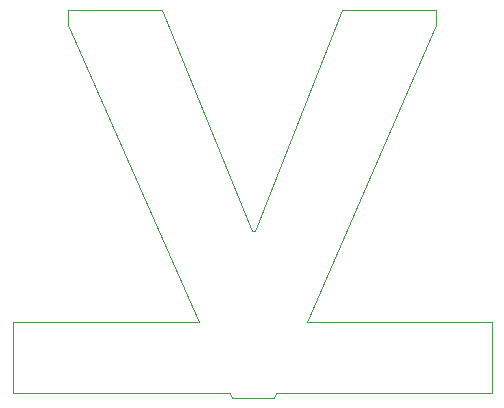
<source format=gm1>
G04 #@! TF.FileFunction,Profile,NP*
%FSLAX46Y46*%
G04 Gerber Fmt 4.6, Leading zero omitted, Abs format (unit mm)*
G04 Created by KiCad (PCBNEW 4.0.0-rc2-stable) date 3/3/2016 3:48:31 PM*
%MOMM*%
G01*
G04 APERTURE LIST*
%ADD10C,0.150000*%
%ADD11C,0.100000*%
G04 APERTURE END LIST*
D10*
D11*
X68750000Y-51530000D02*
X65230000Y-51530000D01*
X65230000Y-51530000D02*
X65070000Y-51150000D01*
X65070000Y-51150000D02*
X46630000Y-51150000D01*
X46630000Y-51150000D02*
X46630000Y-45150000D01*
X46630000Y-45150000D02*
X62420000Y-45150000D01*
X62420000Y-45150000D02*
X51330000Y-19980000D01*
X51330000Y-19980000D02*
X51330000Y-18720000D01*
X51330000Y-18720000D02*
X51330000Y-18720000D01*
X51330000Y-18720000D02*
X59300000Y-18720000D01*
X59300000Y-18720000D02*
X66900000Y-37390000D01*
X66900000Y-37390000D02*
X67130000Y-37390000D01*
X67130000Y-37390000D02*
X74540000Y-18720000D01*
X74540000Y-18720000D02*
X82510000Y-18720000D01*
X82510000Y-18720000D02*
X82510000Y-18720000D01*
X82510000Y-18720000D02*
X82510000Y-19980000D01*
X82510000Y-19980000D02*
X71530000Y-45150000D01*
X71530000Y-45150000D02*
X87210000Y-45150000D01*
X87210000Y-45150000D02*
X87210000Y-51150000D01*
X87210000Y-51150000D02*
X68910000Y-51150000D01*
X68910000Y-51150000D02*
X68750000Y-51530000D01*
X68750000Y-51530000D02*
X68750000Y-51530000D01*
X68750000Y-51530000D02*
X68750000Y-51530000D01*
M02*

</source>
